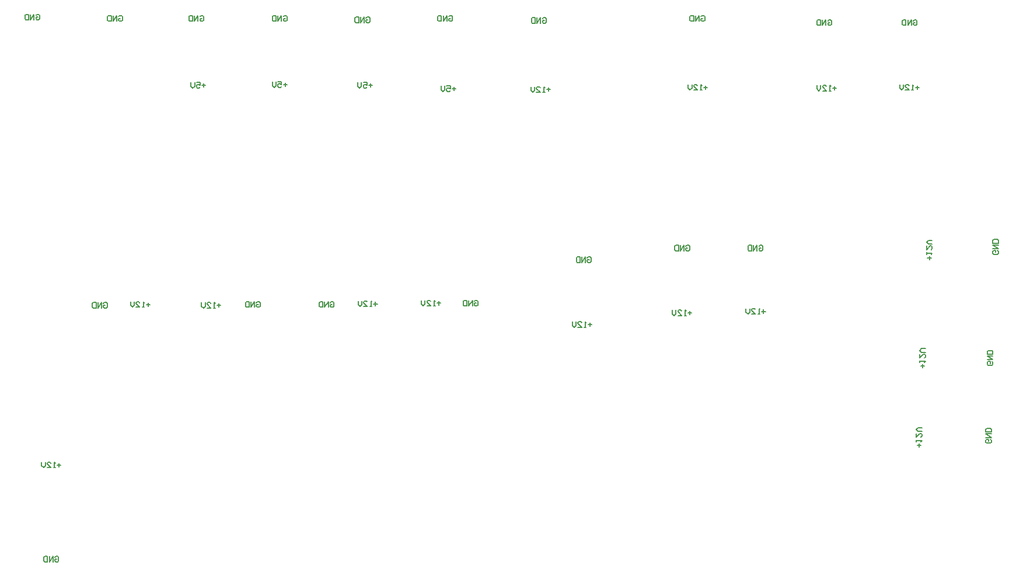
<source format=gbo>
G04*
G04 #@! TF.GenerationSoftware,Altium Limited,Altium Designer,19.1.9 (167)*
G04*
G04 Layer_Color=32896*
%FSLAX25Y25*%
%MOIN*%
G70*
G01*
G75*
%ADD16C,0.00591*%
D16*
X59515Y80085D02*
X60040Y80609D01*
X61089D01*
X61614Y80085D01*
Y77985D01*
X61089Y77461D01*
X60040D01*
X59515Y77985D01*
Y79035D01*
X60565D01*
X58466Y77461D02*
Y80609D01*
X56366Y77461D01*
Y80609D01*
X55317D02*
Y77461D01*
X53743D01*
X53218Y77985D01*
Y80085D01*
X53743Y80609D01*
X55317D01*
X62992Y132775D02*
X60893D01*
X61943Y133825D02*
Y131726D01*
X59843Y131201D02*
X58794D01*
X59319D01*
Y134349D01*
X59843Y133825D01*
X55121Y131201D02*
X57220D01*
X55121Y133300D01*
Y133825D01*
X55645Y134349D01*
X56695D01*
X57220Y133825D01*
X54071Y134349D02*
Y132250D01*
X53022Y131201D01*
X51972Y132250D01*
Y134349D01*
X145669Y349606D02*
X143570D01*
X144620Y350655D02*
Y348556D01*
X140422Y351180D02*
X142521D01*
Y349606D01*
X141471Y350131D01*
X140946D01*
X140422Y349606D01*
Y348556D01*
X140946Y348031D01*
X141996D01*
X142521Y348556D01*
X139372Y351180D02*
Y349081D01*
X138323Y348031D01*
X137273Y349081D01*
Y351180D01*
X192126Y349999D02*
X190027D01*
X191076Y351049D02*
Y348950D01*
X186878Y351574D02*
X188977D01*
Y349999D01*
X187928Y350524D01*
X187403D01*
X186878Y349999D01*
Y348950D01*
X187403Y348425D01*
X188453D01*
X188977Y348950D01*
X185829Y351574D02*
Y349475D01*
X184779Y348425D01*
X183730Y349475D01*
Y351574D01*
X240945Y349606D02*
X238846D01*
X239895Y350655D02*
Y348556D01*
X235697Y351180D02*
X237796D01*
Y349606D01*
X236747Y350131D01*
X236222D01*
X235697Y349606D01*
Y348556D01*
X236222Y348031D01*
X237271D01*
X237796Y348556D01*
X234648Y351180D02*
Y349081D01*
X233598Y348031D01*
X232549Y349081D01*
Y351180D01*
X288583Y347637D02*
X286484D01*
X287533Y348687D02*
Y346588D01*
X283335Y349212D02*
X285434D01*
Y347637D01*
X284384Y348162D01*
X283860D01*
X283335Y347637D01*
Y346588D01*
X283860Y346063D01*
X284909D01*
X285434Y346588D01*
X282285Y349212D02*
Y347112D01*
X281236Y346063D01*
X280186Y347112D01*
Y349212D01*
X342520Y347244D02*
X340421D01*
X341470Y348293D02*
Y346194D01*
X339371Y345669D02*
X338322D01*
X338846D01*
Y348818D01*
X339371Y348293D01*
X334648Y345669D02*
X336747D01*
X334648Y347768D01*
Y348293D01*
X335173Y348818D01*
X336223D01*
X336747Y348293D01*
X333599Y348818D02*
Y346719D01*
X332549Y345669D01*
X331500Y346719D01*
Y348818D01*
X432283Y348425D02*
X430184D01*
X431234Y349474D02*
Y347375D01*
X429135Y346850D02*
X428085D01*
X428610D01*
Y349999D01*
X429135Y349474D01*
X424412Y346850D02*
X426511D01*
X424412Y348949D01*
Y349474D01*
X424937Y349999D01*
X425986D01*
X426511Y349474D01*
X423362Y349999D02*
Y347900D01*
X422313Y346850D01*
X421263Y347900D01*
Y349999D01*
X505905Y348031D02*
X503806D01*
X504856Y349080D02*
Y346982D01*
X502757Y346457D02*
X501707D01*
X502232D01*
Y349605D01*
X502757Y349080D01*
X498034Y346457D02*
X500133D01*
X498034Y348556D01*
Y349080D01*
X498559Y349605D01*
X499608D01*
X500133Y349080D01*
X496984Y349605D02*
Y347506D01*
X495935Y346457D01*
X494885Y347506D01*
Y349605D01*
X553150Y348425D02*
X551051D01*
X552100Y349474D02*
Y347375D01*
X550001Y346850D02*
X548951D01*
X549476D01*
Y349999D01*
X550001Y349474D01*
X545278Y346850D02*
X547377D01*
X545278Y348949D01*
Y349474D01*
X545803Y349999D01*
X546852D01*
X547377Y349474D01*
X544229Y349999D02*
Y347900D01*
X543179Y346850D01*
X542130Y347900D01*
Y349999D01*
X559055Y250000D02*
Y252099D01*
X560104Y251049D02*
X558005D01*
X557480Y253149D02*
Y254198D01*
Y253673D01*
X560629D01*
X560104Y253149D01*
X557480Y257872D02*
Y255772D01*
X559579Y257872D01*
X560104D01*
X560629Y257347D01*
Y256297D01*
X560104Y255772D01*
X560629Y258921D02*
X558530D01*
X557480Y259971D01*
X558530Y261020D01*
X560629D01*
X553149Y142913D02*
Y145012D01*
X554199Y143963D02*
X552100D01*
X551575Y146062D02*
Y147111D01*
Y146587D01*
X554723D01*
X554199Y146062D01*
X551575Y150785D02*
Y148686D01*
X553674Y150785D01*
X554199D01*
X554723Y150260D01*
Y149211D01*
X554199Y148686D01*
X554723Y151834D02*
X552624D01*
X551575Y152884D01*
X552624Y153934D01*
X554723D01*
X555118Y188189D02*
Y190288D01*
X556167Y189239D02*
X554068D01*
X553543Y191338D02*
Y192387D01*
Y191862D01*
X556692D01*
X556167Y191338D01*
X553543Y196061D02*
Y193961D01*
X555642Y196061D01*
X556167D01*
X556692Y195536D01*
Y194486D01*
X556167Y193961D01*
X556692Y197110D02*
X554593D01*
X553543Y198160D01*
X554593Y199209D01*
X556692D01*
X48688Y389632D02*
X49213Y390157D01*
X50263D01*
X50787Y389632D01*
Y387533D01*
X50263Y387008D01*
X49213D01*
X48688Y387533D01*
Y388582D01*
X49738D01*
X47639Y387008D02*
Y390157D01*
X45540Y387008D01*
Y390157D01*
X44490D02*
Y387008D01*
X42916D01*
X42391Y387533D01*
Y389632D01*
X42916Y390157D01*
X44490D01*
X95932Y388844D02*
X96457Y389369D01*
X97507D01*
X98032Y388844D01*
Y386745D01*
X97507Y386221D01*
X96457D01*
X95932Y386745D01*
Y387795D01*
X96982D01*
X94883Y386221D02*
Y389369D01*
X92784Y386221D01*
Y389369D01*
X91734D02*
Y386221D01*
X90160D01*
X89635Y386745D01*
Y388844D01*
X90160Y389369D01*
X91734D01*
X142389Y388844D02*
X142914Y389369D01*
X143963D01*
X144488Y388844D01*
Y386745D01*
X143963Y386221D01*
X142914D01*
X142389Y386745D01*
Y387795D01*
X143439D01*
X141340Y386221D02*
Y389369D01*
X139241Y386221D01*
Y389369D01*
X138191D02*
Y386221D01*
X136617D01*
X136092Y386745D01*
Y388844D01*
X136617Y389369D01*
X138191D01*
X190027Y388844D02*
X190552Y389369D01*
X191601D01*
X192126Y388844D01*
Y386745D01*
X191601Y386221D01*
X190552D01*
X190027Y386745D01*
Y387795D01*
X191076D01*
X188977Y386221D02*
Y389369D01*
X186878Y386221D01*
Y389369D01*
X185829D02*
Y386221D01*
X184255D01*
X183730Y386745D01*
Y388844D01*
X184255Y389369D01*
X185829D01*
X237271Y388057D02*
X237796Y388582D01*
X238845D01*
X239370Y388057D01*
Y385958D01*
X238845Y385433D01*
X237796D01*
X237271Y385958D01*
Y387007D01*
X238321D01*
X236222Y385433D02*
Y388582D01*
X234122Y385433D01*
Y388582D01*
X233073D02*
Y385433D01*
X231499D01*
X230974Y385958D01*
Y388057D01*
X231499Y388582D01*
X233073D01*
X284515Y388844D02*
X285040Y389369D01*
X286089D01*
X286614Y388844D01*
Y386745D01*
X286089Y386221D01*
X285040D01*
X284515Y386745D01*
Y387795D01*
X285565D01*
X283466Y386221D02*
Y389369D01*
X281366Y386221D01*
Y389369D01*
X280317D02*
Y386221D01*
X278743D01*
X278218Y386745D01*
Y388844D01*
X278743Y389369D01*
X280317D01*
X338058Y387663D02*
X338583Y388188D01*
X339633D01*
X340158Y387663D01*
Y385564D01*
X339633Y385039D01*
X338583D01*
X338058Y385564D01*
Y386614D01*
X339108D01*
X337009Y385039D02*
Y388188D01*
X334910Y385039D01*
Y388188D01*
X333860D02*
Y385039D01*
X332286D01*
X331761Y385564D01*
Y387663D01*
X332286Y388188D01*
X333860D01*
X428615Y388844D02*
X429139Y389369D01*
X430189D01*
X430714Y388844D01*
Y386745D01*
X430189Y386221D01*
X429139D01*
X428615Y386745D01*
Y387795D01*
X429664D01*
X427565Y386221D02*
Y389369D01*
X425466Y386221D01*
Y389369D01*
X424416D02*
Y386221D01*
X422842D01*
X422317Y386745D01*
Y388844D01*
X422842Y389369D01*
X424416D01*
X501051Y386482D02*
X501575Y387007D01*
X502625D01*
X503150Y386482D01*
Y384383D01*
X502625Y383858D01*
X501575D01*
X501051Y384383D01*
Y385433D01*
X502100D01*
X500001Y383858D02*
Y387007D01*
X497902Y383858D01*
Y387007D01*
X496852D02*
Y383858D01*
X495278D01*
X494753Y384383D01*
Y386482D01*
X495278Y387007D01*
X496852D01*
X549874Y386482D02*
X550399Y387007D01*
X551449D01*
X551973Y386482D01*
Y384383D01*
X551449Y383858D01*
X550399D01*
X549874Y384383D01*
Y385433D01*
X550924D01*
X548825Y383858D02*
Y387007D01*
X546726Y383858D01*
Y387007D01*
X545676D02*
Y383858D01*
X544102D01*
X543577Y384383D01*
Y386482D01*
X544102Y387007D01*
X545676D01*
X593962Y147375D02*
X594487Y146850D01*
Y145800D01*
X593962Y145276D01*
X591863D01*
X591339Y145800D01*
Y146850D01*
X591863Y147375D01*
X592913D01*
Y146325D01*
X591339Y148424D02*
X594487D01*
X591339Y150523D01*
X594487D01*
Y151573D02*
X591339D01*
Y153147D01*
X591863Y153672D01*
X593962D01*
X594487Y153147D01*
Y151573D01*
X594750Y191863D02*
X595275Y191338D01*
Y190289D01*
X594750Y189764D01*
X592651D01*
X592126Y190289D01*
Y191338D01*
X592651Y191863D01*
X593700D01*
Y190813D01*
X592126Y192912D02*
X595275D01*
X592126Y195011D01*
X595275D01*
Y196061D02*
X592126D01*
Y197635D01*
X592651Y198160D01*
X594750D01*
X595275Y197635D01*
Y196061D01*
X597899Y255249D02*
X598424Y254724D01*
Y253674D01*
X597899Y253150D01*
X595800D01*
X595276Y253674D01*
Y254724D01*
X595800Y255249D01*
X596850D01*
Y254199D01*
X595276Y256298D02*
X598424D01*
X595276Y258397D01*
X598424D01*
Y259447D02*
X595276D01*
Y261021D01*
X595800Y261546D01*
X597899D01*
X598424Y261021D01*
Y259447D01*
X465354Y220472D02*
X463255D01*
X464305Y221521D02*
Y219422D01*
X462206Y218898D02*
X461156D01*
X461681D01*
Y222046D01*
X462206Y221521D01*
X457483Y218898D02*
X459582D01*
X457483Y220997D01*
Y221521D01*
X458008Y222046D01*
X459057D01*
X459582Y221521D01*
X456433Y222046D02*
Y219947D01*
X455384Y218898D01*
X454334Y219947D01*
Y222046D01*
X423228Y219685D02*
X421129D01*
X422179Y220734D02*
Y218635D01*
X420080Y218110D02*
X419030D01*
X419555D01*
Y221259D01*
X420080Y220734D01*
X415357Y218110D02*
X417456D01*
X415357Y220209D01*
Y220734D01*
X415882Y221259D01*
X416931D01*
X417456Y220734D01*
X414307Y221259D02*
Y219160D01*
X413258Y218110D01*
X412208Y219160D01*
Y221259D01*
X461681Y257742D02*
X462205Y258267D01*
X463255D01*
X463779Y257742D01*
Y255643D01*
X463255Y255118D01*
X462205D01*
X461681Y255643D01*
Y256692D01*
X462730D01*
X460631Y255118D02*
Y258267D01*
X458532Y255118D01*
Y258267D01*
X457482D02*
Y255118D01*
X455908D01*
X455383Y255643D01*
Y257742D01*
X455908Y258267D01*
X457482D01*
X419948Y257742D02*
X420473Y258267D01*
X421523D01*
X422047Y257742D01*
Y255643D01*
X421523Y255118D01*
X420473D01*
X419948Y255643D01*
Y256692D01*
X420998D01*
X418899Y255118D02*
Y258267D01*
X416800Y255118D01*
Y258267D01*
X415750D02*
Y255118D01*
X414176D01*
X413651Y255643D01*
Y257742D01*
X414176Y258267D01*
X415750D01*
X366142Y212992D02*
X364043D01*
X365092Y214041D02*
Y211942D01*
X362993Y211417D02*
X361944D01*
X362468D01*
Y214566D01*
X362993Y214041D01*
X358270Y211417D02*
X360369D01*
X358270Y213516D01*
Y214041D01*
X358795Y214566D01*
X359844D01*
X360369Y214041D01*
X357221Y214566D02*
Y212467D01*
X356171Y211417D01*
X355122Y212467D01*
Y214566D01*
X363649Y251049D02*
X364174Y251574D01*
X365223D01*
X365748Y251049D01*
Y248950D01*
X365223Y248425D01*
X364174D01*
X363649Y248950D01*
Y249999D01*
X364699D01*
X362599Y248425D02*
Y251574D01*
X360500Y248425D01*
Y251574D01*
X359451D02*
Y248425D01*
X357876D01*
X357352Y248950D01*
Y251049D01*
X357876Y251574D01*
X359451D01*
X299082Y226246D02*
X299607Y226771D01*
X300656D01*
X301181Y226246D01*
Y224147D01*
X300656Y223622D01*
X299607D01*
X299082Y224147D01*
Y225196D01*
X300132D01*
X298032Y223622D02*
Y226771D01*
X295933Y223622D01*
Y226771D01*
X294884D02*
Y223622D01*
X293310D01*
X292785Y224147D01*
Y226246D01*
X293310Y226771D01*
X294884D01*
X279921Y225196D02*
X277822D01*
X278872Y226246D02*
Y224147D01*
X276773Y223622D02*
X275723D01*
X276248D01*
Y226771D01*
X276773Y226246D01*
X272050Y223622D02*
X274149D01*
X272050Y225721D01*
Y226246D01*
X272574Y226771D01*
X273624D01*
X274149Y226246D01*
X271000Y226771D02*
Y224672D01*
X269951Y223622D01*
X268901Y224672D01*
Y226771D01*
X243701Y224803D02*
X241602D01*
X242651Y225852D02*
Y223753D01*
X240552Y223228D02*
X239503D01*
X240027D01*
Y226377D01*
X240552Y225852D01*
X235829Y223228D02*
X237928D01*
X235829Y225327D01*
Y225852D01*
X236354Y226377D01*
X237404D01*
X237928Y225852D01*
X234780Y226377D02*
Y224278D01*
X233730Y223228D01*
X232681Y224278D01*
Y226377D01*
X216799Y225459D02*
X217323Y225983D01*
X218373D01*
X218898Y225459D01*
Y223359D01*
X218373Y222835D01*
X217323D01*
X216799Y223359D01*
Y224409D01*
X217848D01*
X215749Y222835D02*
Y225983D01*
X213650Y222835D01*
Y225983D01*
X212600D02*
Y222835D01*
X211026D01*
X210501Y223359D01*
Y225459D01*
X211026Y225983D01*
X212600D01*
X174673Y225459D02*
X175197Y225983D01*
X176247D01*
X176772Y225459D01*
Y223359D01*
X176247Y222835D01*
X175197D01*
X174673Y223359D01*
Y224409D01*
X175722D01*
X173623Y222835D02*
Y225983D01*
X171524Y222835D01*
Y225983D01*
X170475D02*
Y222835D01*
X168900D01*
X168375Y223359D01*
Y225459D01*
X168900Y225983D01*
X170475D01*
X154331Y224015D02*
X152232D01*
X153281Y225065D02*
Y222966D01*
X151182Y222441D02*
X150133D01*
X150657D01*
Y225589D01*
X151182Y225065D01*
X146459Y222441D02*
X148558D01*
X146459Y224540D01*
Y225065D01*
X146984Y225589D01*
X148033D01*
X148558Y225065D01*
X145410Y225589D02*
Y223491D01*
X144360Y222441D01*
X143311Y223491D01*
Y225589D01*
X113779Y224409D02*
X111680D01*
X112730Y225459D02*
Y223359D01*
X110631Y222835D02*
X109581D01*
X110106D01*
Y225983D01*
X110631Y225459D01*
X105908Y222835D02*
X108007D01*
X105908Y224934D01*
Y225459D01*
X106433Y225983D01*
X107482D01*
X108007Y225459D01*
X104859Y225983D02*
Y223884D01*
X103809Y222835D01*
X102760Y223884D01*
Y225983D01*
X87271Y225065D02*
X87796Y225589D01*
X88845D01*
X89370Y225065D01*
Y222966D01*
X88845Y222441D01*
X87796D01*
X87271Y222966D01*
Y224015D01*
X88321D01*
X86221Y222441D02*
Y225589D01*
X84122Y222441D01*
Y225589D01*
X83073D02*
Y222441D01*
X81499D01*
X80974Y222966D01*
Y225065D01*
X81499Y225589D01*
X83073D01*
M02*

</source>
